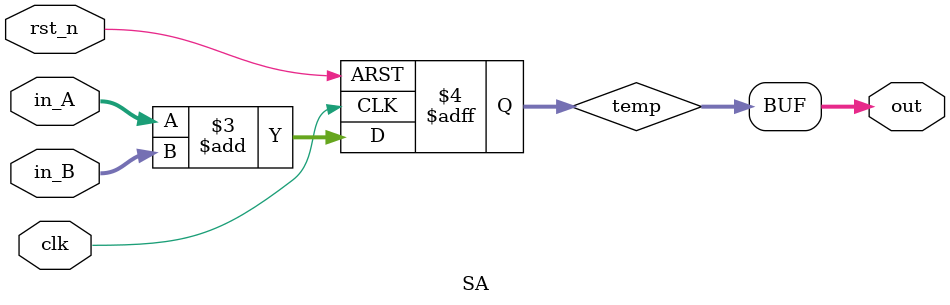
<source format=v>
module SA(clk,rst_n,in_A,in_B,out);
input clk,rst_n;
input signed [8:0] in_A,in_B;
output signed [8:0] out;
reg signed [8:0] temp;

//out
assign out = temp;

always @(posedge clk or negedge rst_n) begin
	if(~rst_n) begin
		temp <= 'd0;
	end 
	else begin
		temp <= in_A + in_B;
	end
end

endmodule
</source>
